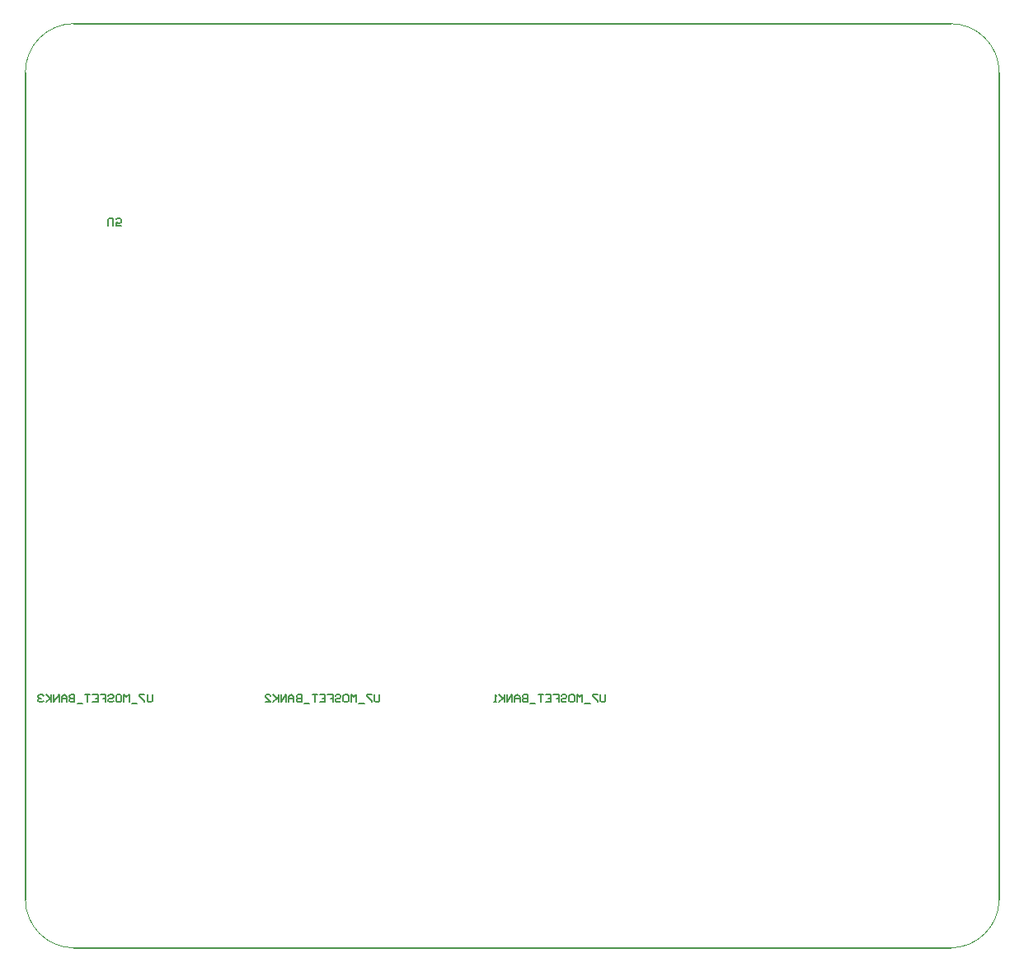
<source format=gm1>
G04*
G04 #@! TF.GenerationSoftware,Altium Limited,Altium Designer,24.2.2 (26)*
G04*
G04 Layer_Color=16711935*
%FSLAX44Y44*%
%MOMM*%
G71*
G04*
G04 #@! TF.SameCoordinates,5A119275-FC27-4C3E-9DDE-49B88916FCE2*
G04*
G04*
G04 #@! TF.FilePolarity,Positive*
G04*
G01*
G75*
%ADD12C,0.1500*%
%ADD15C,0.2000*%
%ADD18C,0.1000*%
D12*
X85000Y742003D02*
Y748667D01*
X86333Y750000D01*
X88999D01*
X90332Y748667D01*
Y742003D01*
X98329D02*
X92997D01*
Y746001D01*
X95663Y744668D01*
X96996D01*
X98329Y746001D01*
Y748667D01*
X96996Y750000D01*
X94330D01*
X92997Y748667D01*
X363750Y260497D02*
Y253833D01*
X362417Y252500D01*
X359751D01*
X358419Y253833D01*
Y260497D01*
X355753D02*
X350421D01*
Y259164D01*
X355753Y253833D01*
Y252500D01*
X347755Y251167D02*
X342424D01*
X339758Y252500D02*
Y260497D01*
X337092Y257831D01*
X334426Y260497D01*
Y252500D01*
X327762Y260497D02*
X330428D01*
X331760Y259164D01*
Y253833D01*
X330428Y252500D01*
X327762D01*
X326429Y253833D01*
Y259164D01*
X327762Y260497D01*
X318431Y259164D02*
X319764Y260497D01*
X322430D01*
X323763Y259164D01*
Y257831D01*
X322430Y256499D01*
X319764D01*
X318431Y255166D01*
Y253833D01*
X319764Y252500D01*
X322430D01*
X323763Y253833D01*
X310434Y260497D02*
X315766D01*
Y256499D01*
X313100D01*
X315766D01*
Y252500D01*
X302437Y260497D02*
X307768D01*
Y252500D01*
X302437D01*
X307768Y256499D02*
X305102D01*
X299771Y260497D02*
X294439D01*
X297105D01*
Y252500D01*
X291773Y251167D02*
X286442D01*
X283776Y260497D02*
Y252500D01*
X279777D01*
X278444Y253833D01*
Y255166D01*
X279777Y256499D01*
X283776D01*
X279777D01*
X278444Y257831D01*
Y259164D01*
X279777Y260497D01*
X283776D01*
X275779Y252500D02*
Y257831D01*
X273113Y260497D01*
X270447Y257831D01*
Y252500D01*
Y256499D01*
X275779D01*
X267781Y252500D02*
Y260497D01*
X262449Y252500D01*
Y260497D01*
X259784D02*
Y252500D01*
Y255166D01*
X254452Y260497D01*
X258451Y256499D01*
X254452Y252500D01*
X246455D02*
X251786D01*
X246455Y257831D01*
Y259164D01*
X247788Y260497D01*
X250453D01*
X251786Y259164D01*
X130500Y260497D02*
Y253833D01*
X129167Y252500D01*
X126501D01*
X125168Y253833D01*
Y260497D01*
X122503D02*
X117171D01*
Y259165D01*
X122503Y253833D01*
Y252500D01*
X114505Y251167D02*
X109174D01*
X106508Y252500D02*
Y260497D01*
X103842Y257832D01*
X101176Y260497D01*
Y252500D01*
X94512Y260497D02*
X97177D01*
X98510Y259165D01*
Y253833D01*
X97177Y252500D01*
X94512D01*
X93179Y253833D01*
Y259165D01*
X94512Y260497D01*
X85181Y259165D02*
X86514Y260497D01*
X89180D01*
X90513Y259165D01*
Y257832D01*
X89180Y256499D01*
X86514D01*
X85181Y255166D01*
Y253833D01*
X86514Y252500D01*
X89180D01*
X90513Y253833D01*
X77184Y260497D02*
X82515D01*
Y256499D01*
X79850D01*
X82515D01*
Y252500D01*
X69187Y260497D02*
X74518D01*
Y252500D01*
X69187D01*
X74518Y256499D02*
X71852D01*
X66521Y260497D02*
X61189D01*
X63855D01*
Y252500D01*
X58523Y251167D02*
X53192D01*
X50526Y260497D02*
Y252500D01*
X46527D01*
X45194Y253833D01*
Y255166D01*
X46527Y256499D01*
X50526D01*
X46527D01*
X45194Y257832D01*
Y259165D01*
X46527Y260497D01*
X50526D01*
X42528Y252500D02*
Y257832D01*
X39863Y260497D01*
X37197Y257832D01*
Y252500D01*
Y256499D01*
X42528D01*
X34531Y252500D02*
Y260497D01*
X29199Y252500D01*
Y260497D01*
X26534D02*
Y252500D01*
Y255166D01*
X21202Y260497D01*
X25201Y256499D01*
X21202Y252500D01*
X18536Y259165D02*
X17203Y260497D01*
X14537D01*
X13204Y259165D01*
Y257832D01*
X14537Y256499D01*
X15870D01*
X14537D01*
X13204Y255166D01*
Y253833D01*
X14537Y252500D01*
X17203D01*
X18536Y253833D01*
X595750Y260498D02*
Y253833D01*
X594417Y252500D01*
X591751D01*
X590418Y253833D01*
Y260498D01*
X587753D02*
X582421D01*
Y259165D01*
X587753Y253833D01*
Y252500D01*
X579755Y251167D02*
X574424D01*
X571758Y252500D02*
Y260498D01*
X569092Y257832D01*
X566426Y260498D01*
Y252500D01*
X559762Y260498D02*
X562427D01*
X563760Y259165D01*
Y253833D01*
X562427Y252500D01*
X559762D01*
X558429Y253833D01*
Y259165D01*
X559762Y260498D01*
X550431Y259165D02*
X551764Y260498D01*
X554430D01*
X555763Y259165D01*
Y257832D01*
X554430Y256499D01*
X551764D01*
X550431Y255166D01*
Y253833D01*
X551764Y252500D01*
X554430D01*
X555763Y253833D01*
X542434Y260498D02*
X547766D01*
Y256499D01*
X545100D01*
X547766D01*
Y252500D01*
X534436Y260498D02*
X539768D01*
Y252500D01*
X534436D01*
X539768Y256499D02*
X537102D01*
X531771Y260498D02*
X526439D01*
X529105D01*
Y252500D01*
X523773Y251167D02*
X518442D01*
X515776Y260498D02*
Y252500D01*
X511777D01*
X510444Y253833D01*
Y255166D01*
X511777Y256499D01*
X515776D01*
X511777D01*
X510444Y257832D01*
Y259165D01*
X511777Y260498D01*
X515776D01*
X507778Y252500D02*
Y257832D01*
X505113Y260498D01*
X502447Y257832D01*
Y252500D01*
Y256499D01*
X507778D01*
X499781Y252500D02*
Y260498D01*
X494449Y252500D01*
Y260498D01*
X491784D02*
Y252500D01*
Y255166D01*
X486452Y260498D01*
X490451Y256499D01*
X486452Y252500D01*
X483786D02*
X481120D01*
X482453D01*
Y260498D01*
X483786Y259165D01*
D15*
X50000Y0D02*
X950000D01*
X1000000Y50000D02*
Y900000D01*
X50000Y950000D02*
X950000D01*
X-0Y900000D02*
X0Y50000D01*
D18*
D02*
G03*
X50000Y0I50000J0D01*
G01*
X950000D02*
G03*
X1000000Y50000I0J50000D01*
G01*
Y900000D02*
G03*
X950000Y950000I-50000J0D01*
G01*
X50000Y950000D02*
G03*
X-0Y900000I-0J-50000D01*
G01*
M02*

</source>
